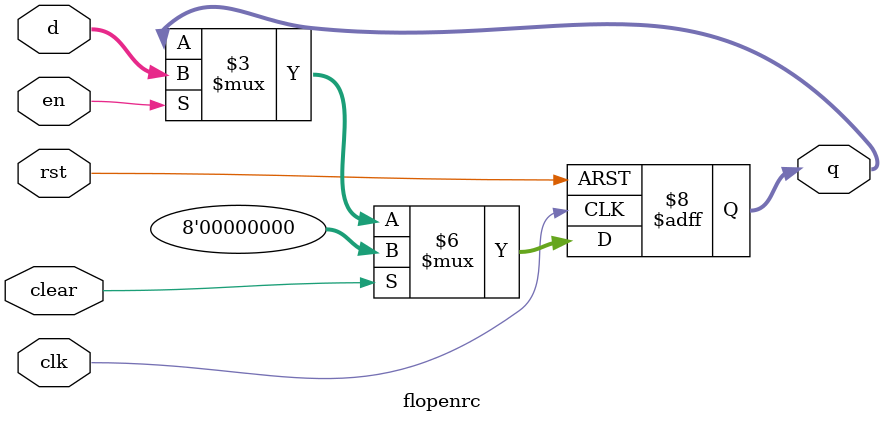
<source format=v>
`timescale 1ns / 1ps


module flopenrc #(parameter WIDTH = 8)(
	input wire clk,rst,en,clear,
	input wire[WIDTH-1:0] d,
	output reg[WIDTH-1:0] q
    );
	always @(posedge clk, posedge rst) begin
		if(rst) begin
		   	q <= 0;
		end
		else if(clear) begin
			q <= 0;
		end else if(en) begin
			/* code */
			q <= d;
		end else begin
		    q <= q;
		end
	end
endmodule

</source>
